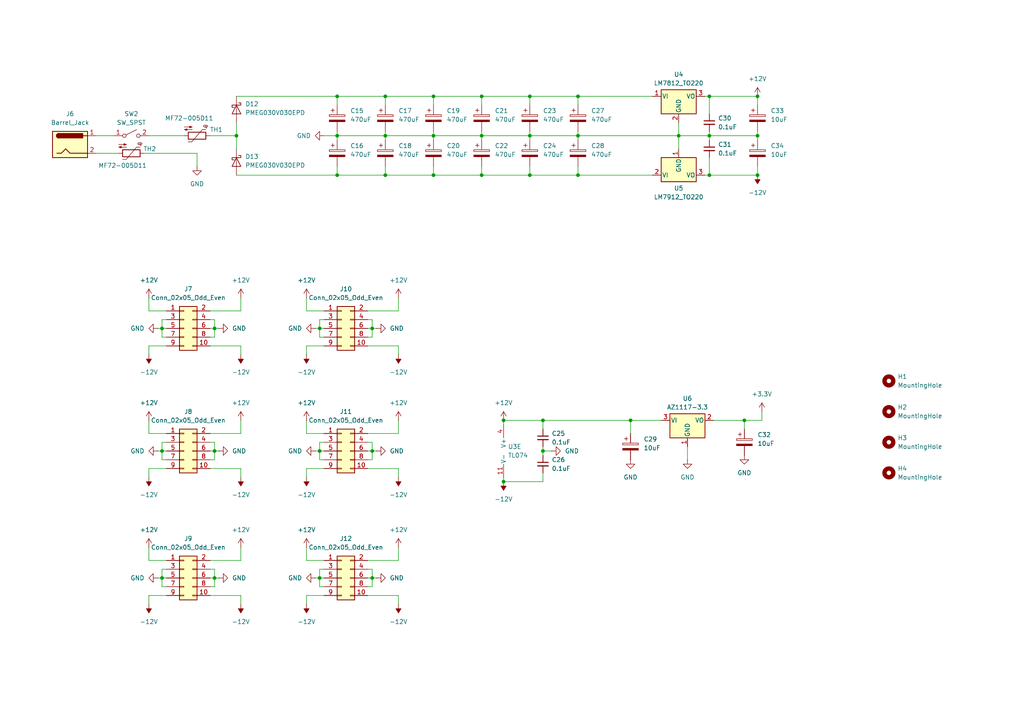
<source format=kicad_sch>
(kicad_sch (version 20231120) (generator "eeschema") (generator_version "8.0")
  (paper "A4")
  (lib_symbols
    (symbol "Amplifier_Operational:TL074" (pin_names (offset 0.127))
      (property "Reference" "U" (at 0 5.08 0))
      (property "Value" "TL074" (at 0 -5.08 0))
      (symbol "TL074_1_1"
        (polyline (pts (xy -5.08 5.08) (xy 5.08 0) (xy -5.08 -5.08) (xy -5.08 5.08)) (stroke (width 0.254)) (fill (type background)))
        (pin output line (at 7.62 0 180) (length 2.54) (name "~") (number "1"))
        (pin input line (at -7.62 -2.54 0) (length 2.54) (name "-") (number "2"))
        (pin input line (at -7.62 2.54 0) (length 2.54) (name "+") (number "3"))
      )
      (symbol "TL074_2_1"
        (polyline (pts (xy -5.08 5.08) (xy 5.08 0) (xy -5.08 -5.08) (xy -5.08 5.08)) (stroke (width 0.254)) (fill (type background)))
        (pin input line (at -7.62 2.54 0) (length 2.54) (name "+") (number "5"))
        (pin input line (at -7.62 -2.54 0) (length 2.54) (name "-") (number "6"))
        (pin output line (at 7.62 0 180) (length 2.54) (name "~") (number "7"))
      )
      (symbol "TL074_3_1"
        (polyline (pts (xy -5.08 5.08) (xy 5.08 0) (xy -5.08 -5.08) (xy -5.08 5.08)) (stroke (width 0.254)) (fill (type background)))
        (pin input line (at -7.62 2.54 0) (length 2.54) (name "+") (number "10"))
        (pin output line (at 7.62 0 180) (length 2.54) (name "~") (number "8"))
        (pin input line (at -7.62 -2.54 0) (length 2.54) (name "-") (number "9"))
      )
      (symbol "TL074_4_1"
        (polyline (pts (xy -5.08 5.08) (xy 5.08 0) (xy -5.08 -5.08) (xy -5.08 5.08)) (stroke (width 0.254)) (fill (type background)))
        (pin input line (at -7.62 2.54 0) (length 2.54) (name "+") (number "12"))
        (pin input line (at -7.62 -2.54 0) (length 2.54) (name "-") (number "13"))
        (pin output line (at 7.62 0 180) (length 2.54) (name "~") (number "14"))
      )
      (symbol "TL074_5_1"
        (pin power_in line (at -2.54 -7.62 90) (length 3.81) (name "V-") (number "11"))
        (pin power_in line (at -2.54 7.62 270) (length 3.81) (name "V+") (number "4"))
      )
    )
    (symbol "Connector:Barrel_Jack" (pin_names (offset 1.016))
      (property "Reference" "J" (at 0 5.334 0))
      (property "Value" "Barrel_Jack" (at 0 -5.08 0))
      (symbol "Barrel_Jack_0_1"
        (rectangle (start -5.08 3.81) (end 5.08 -3.81) (stroke (width 0.254)) (fill (type background)))
        (arc (start -3.302 3.175) (mid -3.9343 2.54) (end -3.302 1.905) (stroke (width 0.254)))
        (arc (start -3.302 3.175) (mid -3.9343 2.54) (end -3.302 1.905) (stroke (width 0.254)) (fill (type outline)))
        (polyline (pts (xy 5.08 2.54) (xy 3.81 2.54)) (stroke (width 0.254)))
        (polyline (pts (xy -3.81 -2.54) (xy -2.54 -2.54) (xy -1.27 -1.27) (xy 0 -2.54) (xy 2.54 -2.54) (xy 5.08 -2.54)) (stroke (width 0.254)))
        (rectangle (start 3.683 3.175) (end -3.302 1.905) (stroke (width 0.254)) (fill (type outline)))
      )
      (symbol "Barrel_Jack_1_1"
        (pin passive line (at 7.62 2.54 180) (length 2.54) (name "~") (number "1"))
        (pin passive line (at 7.62 -2.54 180) (length 2.54) (name "~") (number "2"))
      )
    )
    (symbol "Connector_Generic:Conn_02x05_Odd_Even" (pin_names (offset 1.016) hide)
      (property "Reference" "J" (at 1.27 7.62 0))
      (property "Value" "Conn_02x05_Odd_Even" (at 1.27 -7.62 0))
      (symbol "Conn_02x05_Odd_Even_1_1"
        (rectangle (start -1.27 -4.953) (end 0 -5.207) (stroke (width 0.1524)))
        (rectangle (start -1.27 -2.413) (end 0 -2.667) (stroke (width 0.1524)))
        (rectangle (start -1.27 0.127) (end 0 -0.127) (stroke (width 0.1524)))
        (rectangle (start -1.27 2.667) (end 0 2.413) (stroke (width 0.1524)))
        (rectangle (start -1.27 5.207) (end 0 4.953) (stroke (width 0.1524)))
        (rectangle (start -1.27 6.35) (end 3.81 -6.35) (stroke (width 0.254)) (fill (type background)))
        (rectangle (start 3.81 -4.953) (end 2.54 -5.207) (stroke (width 0.1524)))
        (rectangle (start 3.81 -2.413) (end 2.54 -2.667) (stroke (width 0.1524)))
        (rectangle (start 3.81 0.127) (end 2.54 -0.127) (stroke (width 0.1524)))
        (rectangle (start 3.81 2.667) (end 2.54 2.413) (stroke (width 0.1524)))
        (rectangle (start 3.81 5.207) (end 2.54 4.953) (stroke (width 0.1524)))
        (pin passive line (at -5.08 5.08 0) (length 3.81) (name "Pin_1") (number "1"))
        (pin passive line (at 7.62 -5.08 180) (length 3.81) (name "Pin_10") (number "10"))
        (pin passive line (at 7.62 5.08 180) (length 3.81) (name "Pin_2") (number "2"))
        (pin passive line (at -5.08 2.54 0) (length 3.81) (name "Pin_3") (number "3"))
        (pin passive line (at 7.62 2.54 180) (length 3.81) (name "Pin_4") (number "4"))
        (pin passive line (at -5.08 0 0) (length 3.81) (name "Pin_5") (number "5"))
        (pin passive line (at 7.62 0 180) (length 3.81) (name "Pin_6") (number "6"))
        (pin passive line (at -5.08 -2.54 0) (length 3.81) (name "Pin_7") (number "7"))
        (pin passive line (at 7.62 -2.54 180) (length 3.81) (name "Pin_8") (number "8"))
        (pin passive line (at -5.08 -5.08 0) (length 3.81) (name "Pin_9") (number "9"))
      )
    )
    (symbol "Device:C_Polarized" (pin_numbers hide) (pin_names (offset 0.254))
      (property "Reference" "C" (at 0.635 2.54 0))
      (property "Value" "C_Polarized" (at 0.635 -2.54 0))
      (symbol "C_Polarized_0_1"
        (rectangle (start -2.286 0.508) (end 2.286 1.016))
        (polyline (pts (xy -1.778 2.286) (xy -0.762 2.286)))
        (polyline (pts (xy -1.27 2.794) (xy -1.27 1.778)))
        (rectangle (start 2.286 -0.508) (end -2.286 -1.016) (fill (type outline)))
      )
      (symbol "C_Polarized_1_1"
        (pin passive line (at 0 3.81 270) (length 2.794) (name "~") (number "1"))
        (pin passive line (at 0 -3.81 90) (length 2.794) (name "~") (number "2"))
      )
    )
    (symbol "Device:C_Small" (pin_numbers hide) (pin_names (offset 0.254) hide)
      (property "Reference" "C" (at 0.254 1.778 0))
      (property "Value" "C_Small" (at 0.254 -2.032 0))
      (symbol "C_Small_0_1"
        (polyline (pts (xy -1.524 -0.508) (xy 1.524 -0.508)) (stroke (width 0.3302)))
        (polyline (pts (xy -1.524 0.508) (xy 1.524 0.508)) (stroke (width 0.3048)))
      )
      (symbol "C_Small_1_1"
        (pin passive line (at 0 2.54 270) (length 2.032) (name "~") (number "1"))
        (pin passive line (at 0 -2.54 90) (length 2.032) (name "~") (number "2"))
      )
    )
    (symbol "Device:Thermistor_NTC" (pin_numbers hide) (pin_names (offset 0))
      (property "Reference" "TH" (at -4.445 0 90))
      (property "Value" "Thermistor_NTC" (at 3.175 0 90))
      (symbol "Thermistor_NTC_0_1"
        (arc (start -3.048 2.159) (mid -3.0495 2.3143) (end -3.175 2.413))
        (arc (start -3.048 2.159) (mid -2.9736 1.9794) (end -2.794 1.905))
        (arc (start -3.048 2.794) (mid -2.9736 2.6144) (end -2.794 2.54))
        (arc (start -2.794 1.905) (mid -2.6144 1.9794) (end -2.54 2.159))
        (arc (start -2.794 2.54) (mid -2.4393 2.5587) (end -2.159 2.794))
        (arc (start -2.794 3.048) (mid -2.9736 2.9736) (end -3.048 2.794))
        (arc (start -2.54 2.794) (mid -2.6144 2.9736) (end -2.794 3.048))
        (rectangle (start -1.016 2.54) (end 1.016 -2.54) (stroke (width 0.254)))
        (polyline (pts (xy -2.54 2.159) (xy -2.54 2.794)))
        (polyline (pts (xy -1.778 2.54) (xy -1.778 1.524) (xy 1.778 -1.524) (xy 1.778 -2.54)))
        (polyline (pts (xy -2.54 -3.683) (xy -2.54 -1.397) (xy -2.794 -2.159) (xy -2.286 -2.159) (xy -2.54 -1.397) (xy -2.54 -1.651)) (fill (type outline)))
        (polyline (pts (xy -1.778 -1.397) (xy -1.778 -3.683) (xy -2.032 -2.921) (xy -1.524 -2.921) (xy -1.778 -3.683) (xy -1.778 -3.429)) (fill (type outline)))
      )
      (symbol "Thermistor_NTC_1_1"
        (pin passive line (at 0 3.81 270) (length 1.27) (name "~") (number "1"))
        (pin passive line (at 0 -3.81 90) (length 1.27) (name "~") (number "2"))
      )
    )
    (symbol "Diode:PMEG030V030EPD" (pin_numbers hide) (pin_names hide)
      (property "Reference" "D" (at 0 2.54 0))
      (property "Value" "PMEG030V030EPD" (at 0 -2.54 0))
      (symbol "PMEG030V030EPD_0_1"
        (polyline (pts (xy 1.27 0) (xy -1.27 0)))
        (polyline (pts (xy 1.27 1.27) (xy 1.27 -1.27) (xy -1.27 0) (xy 1.27 1.27)) (stroke (width 0.2032)))
        (polyline (pts (xy -1.905 0.635) (xy -1.905 1.27) (xy -1.27 1.27) (xy -1.27 -1.27) (xy -0.635 -1.27) (xy -0.635 -0.635)) (stroke (width 0.2032)))
      )
      (symbol "PMEG030V030EPD_1_1"
        (pin passive line (at 3.81 0 180) (length 2.54) (name "A") (number "1"))
        (pin passive line (at 3.81 0 180) (length 2.54) hide (name "A") (number "2"))
        (pin passive line (at -3.81 0 0) (length 2.54) (name "K") (number "3"))
      )
    )
    (symbol "Mechanical:MountingHole" (pin_names (offset 1.016))
      (property "Reference" "H" (at 0 5.08 0))
      (property "Value" "MountingHole" (at 0 3.175 0))
      (symbol "MountingHole_0_1"
        (circle (center 0 0) (radius 1.27) (stroke (width 1.27)))
      )
    )
    (symbol "Regulator_Linear:AZ1117-3.3" (pin_names (offset 0.254))
      (property "Reference" "U" (at -3.81 3.175 0))
      (property "Value" "AZ1117-3.3" (at 0 3.175 0))
      (symbol "AZ1117-3.3_0_1"
        (rectangle (start -5.08 1.905) (end 5.08 -5.08) (stroke (width 0.254)) (fill (type background)))
      )
      (symbol "AZ1117-3.3_1_1"
        (pin power_in line (at 0 -7.62 90) (length 2.54) (name "GND") (number "1"))
        (pin power_out line (at 7.62 0 180) (length 2.54) (name "VO") (number "2"))
        (pin power_in line (at -7.62 0 0) (length 2.54) (name "VI") (number "3"))
      )
    )
    (symbol "Regulator_Linear:LM7812_TO220" (pin_names (offset 0.254))
      (property "Reference" "U" (at -3.81 3.175 0))
      (property "Value" "LM7812_TO220" (at 0 3.175 0))
      (symbol "LM7812_TO220_0_1"
        (rectangle (start -5.08 1.905) (end 5.08 -5.08) (stroke (width 0.254)) (fill (type background)))
      )
      (symbol "LM7812_TO220_1_1"
        (pin power_in line (at -7.62 0 0) (length 2.54) (name "VI") (number "1"))
        (pin power_in line (at 0 -7.62 90) (length 2.54) (name "GND") (number "2"))
        (pin power_out line (at 7.62 0 180) (length 2.54) (name "VO") (number "3"))
      )
    )
    (symbol "Regulator_Linear:LM7912_TO220" (pin_names (offset 0.254))
      (property "Reference" "U" (at -3.81 -3.175 0))
      (property "Value" "LM7912_TO220" (at 0 -3.175 0))
      (symbol "LM7912_TO220_0_1"
        (rectangle (start -5.08 5.08) (end 5.08 -1.905) (stroke (width 0.254)) (fill (type background)))
      )
      (symbol "LM7912_TO220_1_1"
        (pin power_in line (at 0 7.62 270) (length 2.54) (name "GND") (number "1"))
        (pin power_in line (at -7.62 0 0) (length 2.54) (name "VI") (number "2"))
        (pin power_out line (at 7.62 0 180) (length 2.54) (name "VO") (number "3"))
      )
    )
    (symbol "Switch:SW_SPST" (pin_names (offset 0) hide)
      (property "Reference" "SW" (at 0 3.175 0))
      (property "Value" "SW_SPST" (at 0 -2.54 0))
      (symbol "SW_SPST_0_0"
        (circle (center -2.032 0) (radius 0.508))
        (polyline (pts (xy -1.524 0.254) (xy 1.524 1.778)))
        (circle (center 2.032 0) (radius 0.508))
      )
      (symbol "SW_SPST_1_1"
        (pin passive line (at -5.08 0 0) (length 2.54) (name "A") (number "1"))
        (pin passive line (at 5.08 0 180) (length 2.54) (name "B") (number "2"))
      )
    )
    (symbol "power:+12V" (power) (pin_numbers hide) (pin_names (offset 0) hide)
      (property "Value" "+12V" (at 0 3.556 0))
      (symbol "+12V_0_1"
        (polyline (pts (xy -0.762 1.27) (xy 0 2.54)))
        (polyline (pts (xy 0 0) (xy 0 2.54)))
        (polyline (pts (xy 0 2.54) (xy 0.762 1.27)))
      )
      (symbol "+12V_1_1"
        (pin power_in line (at 0 0 90) (length 0) (name "~") (number "1"))
      )
    )
    (symbol "power:+3.3V" (power) (pin_numbers hide) (pin_names (offset 0) hide)
      (property "Value" "+3.3V" (at 0 3.556 0))
      (symbol "+3.3V_0_1"
        (polyline (pts (xy -0.762 1.27) (xy 0 2.54)))
        (polyline (pts (xy 0 0) (xy 0 2.54)))
        (polyline (pts (xy 0 2.54) (xy 0.762 1.27)))
      )
      (symbol "+3.3V_1_1"
        (pin power_in line (at 0 0 90) (length 0) (name "~") (number "1"))
      )
    )
    (symbol "power:-12V" (power) (pin_numbers hide) (pin_names (offset 0) hide)
      (property "Value" "-12V" (at 0 3.556 0))
      (symbol "-12V_0_0"
        (pin power_in line (at 0 0 90) (length 0) (name "~") (number "1"))
      )
      (symbol "-12V_0_1"
        (polyline (pts (xy 0 0) (xy 0 1.27) (xy 0.762 1.27) (xy 0 2.54) (xy -0.762 1.27) (xy 0 1.27)) (fill (type outline)))
      )
    )
    (symbol "power:GND" (power) (pin_numbers hide) (pin_names (offset 0) hide)
      (property "Value" "GND" (at 0 -3.81 0))
      (symbol "GND_0_1"
        (polyline (pts (xy 0 0) (xy 0 -1.27) (xy 1.27 -1.27) (xy 0 -2.54) (xy -1.27 -1.27) (xy 0 -1.27)))
      )
      (symbol "GND_1_1"
        (pin power_in line (at 0 0 270) (length 0) (name "~") (number "1"))
      )
    )
  )
  (junction (at 125.73 39.37))
  (junction (at 153.67 39.37))
  (junction (at 107.95 167.64))
  (junction (at 125.73 50.8))
  (junction (at 46.99 130.81))
  (junction (at 182.88 121.92))
  (junction (at 146.05 139.7))
  (junction (at 167.64 50.8))
  (junction (at 167.64 27.94))
  (junction (at 219.71 39.37))
  (junction (at 68.58 39.37))
  (junction (at 62.23 167.64))
  (junction (at 92.71 130.81))
  (junction (at 153.67 50.8))
  (junction (at 92.71 95.25))
  (junction (at 92.71 167.64))
  (junction (at 157.48 121.92))
  (junction (at 205.74 50.8))
  (junction (at 157.48 130.81))
  (junction (at 107.95 95.25))
  (junction (at 219.71 27.94))
  (junction (at 97.79 39.37))
  (junction (at 215.9 121.92))
  (junction (at 62.23 130.81))
  (junction (at 111.76 50.8))
  (junction (at 205.74 27.94))
  (junction (at 167.64 39.37))
  (junction (at 111.76 39.37))
  (junction (at 97.79 27.94))
  (junction (at 111.76 27.94))
  (junction (at 46.99 167.64))
  (junction (at 205.74 39.37))
  (junction (at 46.99 95.25))
  (junction (at 125.73 27.94))
  (junction (at 107.95 130.81))
  (junction (at 97.79 50.8))
  (junction (at 196.85 39.37))
  (junction (at 219.71 50.8))
  (junction (at 153.67 27.94))
  (junction (at 139.7 50.8))
  (junction (at 139.7 39.37))
  (junction (at 146.05 121.92))
  (junction (at 62.23 95.25))
  (junction (at 139.7 27.94))
  (wire (pts (xy 219.71 38.1) (xy 219.71 39.37)))
  (wire (pts (xy 220.98 119.38) (xy 220.98 121.92)))
  (wire (pts (xy 115.57 100.33) (xy 115.57 102.87)))
  (wire (pts (xy 167.64 38.1) (xy 167.64 39.37)))
  (wire (pts (xy 107.95 167.64) (xy 109.22 167.64)))
  (wire (pts (xy 62.23 128.27) (xy 62.23 130.81)))
  (wire (pts (xy 111.76 48.26) (xy 111.76 50.8)))
  (wire (pts (xy 106.68 97.79) (xy 107.95 97.79)))
  (wire (pts (xy 68.58 50.8) (xy 97.79 50.8)))
  (wire (pts (xy 219.71 27.94) (xy 205.74 27.94)))
  (wire (pts (xy 97.79 27.94) (xy 111.76 27.94)))
  (wire (pts (xy 60.96 92.71) (xy 62.23 92.71)))
  (wire (pts (xy 106.68 90.17) (xy 115.57 90.17)))
  (wire (pts (xy 91.44 130.81) (xy 92.71 130.81)))
  (wire (pts (xy 97.79 39.37) (xy 111.76 39.37)))
  (wire (pts (xy 205.74 39.37) (xy 219.71 39.37)))
  (wire (pts (xy 153.67 39.37) (xy 167.64 39.37)))
  (wire (pts (xy 62.23 167.64) (xy 63.5 167.64)))
  (wire (pts (xy 125.73 38.1) (xy 125.73 39.37)))
  (wire (pts (xy 157.48 137.16) (xy 157.48 139.7)))
  (wire (pts (xy 48.26 100.33) (xy 43.18 100.33)))
  (wire (pts (xy 182.88 121.92) (xy 191.77 121.92)))
  (wire (pts (xy 69.85 135.89) (xy 69.85 138.43)))
  (wire (pts (xy 46.99 170.18) (xy 46.99 167.64)))
  (wire (pts (xy 68.58 27.94) (xy 97.79 27.94)))
  (wire (pts (xy 43.18 39.37) (xy 53.34 39.37)))
  (wire (pts (xy 106.68 125.73) (xy 115.57 125.73)))
  (wire (pts (xy 91.44 95.25) (xy 92.71 95.25)))
  (wire (pts (xy 93.98 97.79) (xy 92.71 97.79)))
  (wire (pts (xy 93.98 92.71) (xy 92.71 92.71)))
  (wire (pts (xy 111.76 27.94) (xy 111.76 30.48)))
  (wire (pts (xy 62.23 92.71) (xy 62.23 95.25)))
  (wire (pts (xy 196.85 39.37) (xy 196.85 43.18)))
  (wire (pts (xy 68.58 35.56) (xy 68.58 39.37)))
  (wire (pts (xy 45.72 167.64) (xy 46.99 167.64)))
  (wire (pts (xy 115.57 90.17) (xy 115.57 86.36)))
  (wire (pts (xy 27.94 39.37) (xy 33.02 39.37)))
  (wire (pts (xy 45.72 95.25) (xy 46.99 95.25)))
  (wire (pts (xy 106.68 170.18) (xy 107.95 170.18)))
  (wire (pts (xy 88.9 90.17) (xy 88.9 86.36)))
  (wire (pts (xy 205.74 38.1) (xy 205.74 39.37)))
  (wire (pts (xy 111.76 27.94) (xy 125.73 27.94)))
  (wire (pts (xy 69.85 172.72) (xy 69.85 175.26)))
  (wire (pts (xy 93.98 135.89) (xy 88.9 135.89)))
  (wire (pts (xy 93.98 90.17) (xy 88.9 90.17)))
  (wire (pts (xy 60.96 90.17) (xy 69.85 90.17)))
  (wire (pts (xy 199.39 129.54) (xy 199.39 133.35)))
  (wire (pts (xy 157.48 139.7) (xy 146.05 139.7)))
  (wire (pts (xy 68.58 39.37) (xy 68.58 43.18)))
  (wire (pts (xy 196.85 35.56) (xy 196.85 39.37)))
  (wire (pts (xy 43.18 100.33) (xy 43.18 102.87)))
  (wire (pts (xy 106.68 92.71) (xy 107.95 92.71)))
  (wire (pts (xy 106.68 162.56) (xy 115.57 162.56)))
  (wire (pts (xy 153.67 39.37) (xy 153.67 40.64)))
  (wire (pts (xy 139.7 39.37) (xy 139.7 40.64)))
  (wire (pts (xy 153.67 48.26) (xy 153.67 50.8)))
  (wire (pts (xy 111.76 39.37) (xy 125.73 39.37)))
  (wire (pts (xy 60.96 133.35) (xy 62.23 133.35)))
  (wire (pts (xy 97.79 27.94) (xy 97.79 30.48)))
  (wire (pts (xy 46.99 92.71) (xy 46.99 95.25)))
  (wire (pts (xy 27.94 44.45) (xy 34.29 44.45)))
  (wire (pts (xy 97.79 39.37) (xy 97.79 40.64)))
  (wire (pts (xy 115.57 162.56) (xy 115.57 158.75)))
  (wire (pts (xy 107.95 130.81) (xy 109.22 130.81)))
  (wire (pts (xy 167.64 39.37) (xy 196.85 39.37)))
  (wire (pts (xy 60.96 130.81) (xy 62.23 130.81)))
  (wire (pts (xy 204.47 27.94) (xy 205.74 27.94)))
  (wire (pts (xy 88.9 125.73) (xy 88.9 121.92)))
  (wire (pts (xy 219.71 39.37) (xy 219.71 40.64)))
  (wire (pts (xy 107.95 92.71) (xy 107.95 95.25)))
  (wire (pts (xy 48.26 135.89) (xy 43.18 135.89)))
  (wire (pts (xy 92.71 97.79) (xy 92.71 95.25)))
  (wire (pts (xy 139.7 27.94) (xy 139.7 30.48)))
  (wire (pts (xy 182.88 121.92) (xy 182.88 125.73)))
  (wire (pts (xy 46.99 167.64) (xy 48.26 167.64)))
  (wire (pts (xy 48.26 162.56) (xy 43.18 162.56)))
  (wire (pts (xy 189.23 27.94) (xy 167.64 27.94)))
  (wire (pts (xy 111.76 38.1) (xy 111.76 39.37)))
  (wire (pts (xy 48.26 125.73) (xy 43.18 125.73)))
  (wire (pts (xy 62.23 133.35) (xy 62.23 130.81)))
  (wire (pts (xy 93.98 133.35) (xy 92.71 133.35)))
  (wire (pts (xy 48.26 92.71) (xy 46.99 92.71)))
  (wire (pts (xy 97.79 48.26) (xy 97.79 50.8)))
  (wire (pts (xy 215.9 121.92) (xy 215.9 124.46)))
  (wire (pts (xy 153.67 38.1) (xy 153.67 39.37)))
  (wire (pts (xy 153.67 27.94) (xy 153.67 30.48)))
  (wire (pts (xy 107.95 170.18) (xy 107.95 167.64)))
  (wire (pts (xy 220.98 121.92) (xy 215.9 121.92)))
  (wire (pts (xy 60.96 135.89) (xy 69.85 135.89)))
  (wire (pts (xy 69.85 100.33) (xy 69.85 102.87)))
  (wire (pts (xy 125.73 39.37) (xy 125.73 40.64)))
  (wire (pts (xy 125.73 27.94) (xy 139.7 27.94)))
  (wire (pts (xy 92.71 92.71) (xy 92.71 95.25)))
  (wire (pts (xy 60.96 125.73) (xy 69.85 125.73)))
  (wire (pts (xy 139.7 27.94) (xy 153.67 27.94)))
  (wire (pts (xy 43.18 90.17) (xy 43.18 86.36)))
  (wire (pts (xy 125.73 50.8) (xy 139.7 50.8)))
  (wire (pts (xy 97.79 38.1) (xy 97.79 39.37)))
  (wire (pts (xy 62.23 130.81) (xy 63.5 130.81)))
  (wire (pts (xy 139.7 48.26) (xy 139.7 50.8)))
  (wire (pts (xy 88.9 135.89) (xy 88.9 138.43)))
  (wire (pts (xy 92.71 165.1) (xy 92.71 167.64)))
  (wire (pts (xy 106.68 133.35) (xy 107.95 133.35)))
  (wire (pts (xy 46.99 165.1) (xy 46.99 167.64)))
  (wire (pts (xy 106.68 165.1) (xy 107.95 165.1)))
  (wire (pts (xy 111.76 39.37) (xy 111.76 40.64)))
  (wire (pts (xy 157.48 124.46) (xy 157.48 121.92)))
  (wire (pts (xy 43.18 135.89) (xy 43.18 138.43)))
  (wire (pts (xy 60.96 128.27) (xy 62.23 128.27)))
  (wire (pts (xy 93.98 100.33) (xy 88.9 100.33)))
  (wire (pts (xy 106.68 100.33) (xy 115.57 100.33)))
  (wire (pts (xy 92.71 130.81) (xy 93.98 130.81)))
  (wire (pts (xy 91.44 167.64) (xy 92.71 167.64)))
  (wire (pts (xy 106.68 128.27) (xy 107.95 128.27)))
  (wire (pts (xy 106.68 130.81) (xy 107.95 130.81)))
  (wire (pts (xy 107.95 165.1) (xy 107.95 167.64)))
  (wire (pts (xy 62.23 170.18) (xy 62.23 167.64)))
  (wire (pts (xy 139.7 39.37) (xy 153.67 39.37)))
  (wire (pts (xy 93.98 162.56) (xy 88.9 162.56)))
  (wire (pts (xy 106.68 135.89) (xy 115.57 135.89)))
  (wire (pts (xy 160.02 130.81) (xy 157.48 130.81)))
  (wire (pts (xy 62.23 165.1) (xy 62.23 167.64)))
  (wire (pts (xy 60.96 39.37) (xy 68.58 39.37)))
  (wire (pts (xy 48.26 165.1) (xy 46.99 165.1)))
  (wire (pts (xy 69.85 90.17) (xy 69.85 86.36)))
  (wire (pts (xy 106.68 167.64) (xy 107.95 167.64)))
  (wire (pts (xy 153.67 27.94) (xy 167.64 27.94)))
  (wire (pts (xy 88.9 100.33) (xy 88.9 102.87)))
  (wire (pts (xy 46.99 133.35) (xy 46.99 130.81)))
  (wire (pts (xy 46.99 95.25) (xy 48.26 95.25)))
  (wire (pts (xy 43.18 172.72) (xy 43.18 175.26)))
  (wire (pts (xy 115.57 125.73) (xy 115.57 121.92)))
  (wire (pts (xy 97.79 50.8) (xy 111.76 50.8)))
  (wire (pts (xy 146.05 123.19) (xy 146.05 121.92)))
  (wire (pts (xy 60.96 162.56) (xy 69.85 162.56)))
  (wire (pts (xy 92.71 167.64) (xy 93.98 167.64)))
  (wire (pts (xy 204.47 50.8) (xy 205.74 50.8)))
  (wire (pts (xy 43.18 125.73) (xy 43.18 121.92)))
  (wire (pts (xy 106.68 172.72) (xy 115.57 172.72)))
  (wire (pts (xy 125.73 39.37) (xy 139.7 39.37)))
  (wire (pts (xy 48.26 97.79) (xy 46.99 97.79)))
  (wire (pts (xy 111.76 50.8) (xy 125.73 50.8)))
  (wire (pts (xy 46.99 128.27) (xy 46.99 130.81)))
  (wire (pts (xy 157.48 130.81) (xy 157.48 132.08)))
  (wire (pts (xy 48.26 170.18) (xy 46.99 170.18)))
  (wire (pts (xy 115.57 172.72) (xy 115.57 175.26)))
  (wire (pts (xy 62.23 95.25) (xy 63.5 95.25)))
  (wire (pts (xy 207.01 121.92) (xy 215.9 121.92)))
  (wire (pts (xy 106.68 95.25) (xy 107.95 95.25)))
  (wire (pts (xy 93.98 128.27) (xy 92.71 128.27)))
  (wire (pts (xy 167.64 27.94) (xy 167.64 30.48)))
  (wire (pts (xy 205.74 39.37) (xy 205.74 40.64)))
  (wire (pts (xy 92.71 133.35) (xy 92.71 130.81)))
  (wire (pts (xy 46.99 130.81) (xy 48.26 130.81)))
  (wire (pts (xy 88.9 162.56) (xy 88.9 158.75)))
  (wire (pts (xy 157.48 129.54) (xy 157.48 130.81)))
  (wire (pts (xy 48.26 172.72) (xy 43.18 172.72)))
  (wire (pts (xy 139.7 50.8) (xy 153.67 50.8)))
  (wire (pts (xy 107.95 128.27) (xy 107.95 130.81)))
  (wire (pts (xy 107.95 97.79) (xy 107.95 95.25)))
  (wire (pts (xy 196.85 39.37) (xy 205.74 39.37)))
  (wire (pts (xy 93.98 165.1) (xy 92.71 165.1)))
  (wire (pts (xy 219.71 30.48) (xy 219.71 27.94)))
  (wire (pts (xy 93.98 172.72) (xy 88.9 172.72)))
  (wire (pts (xy 107.95 95.25) (xy 109.22 95.25)))
  (wire (pts (xy 93.98 125.73) (xy 88.9 125.73)))
  (wire (pts (xy 46.99 97.79) (xy 46.99 95.25)))
  (wire (pts (xy 41.91 44.45) (xy 57.15 44.45)))
  (wire (pts (xy 167.64 39.37) (xy 167.64 40.64)))
  (wire (pts (xy 62.23 97.79) (xy 62.23 95.25)))
  (wire (pts (xy 60.96 165.1) (xy 62.23 165.1)))
  (wire (pts (xy 60.96 170.18) (xy 62.23 170.18)))
  (wire (pts (xy 48.26 133.35) (xy 46.99 133.35)))
  (wire (pts (xy 205.74 50.8) (xy 219.71 50.8)))
  (wire (pts (xy 205.74 27.94) (xy 205.74 33.02)))
  (wire (pts (xy 48.26 90.17) (xy 43.18 90.17)))
  (wire (pts (xy 167.64 48.26) (xy 167.64 50.8)))
  (wire (pts (xy 92.71 95.25) (xy 93.98 95.25)))
  (wire (pts (xy 60.96 95.25) (xy 62.23 95.25)))
  (wire (pts (xy 60.96 97.79) (xy 62.23 97.79)))
  (wire (pts (xy 60.96 167.64) (xy 62.23 167.64)))
  (wire (pts (xy 107.95 133.35) (xy 107.95 130.81)))
  (wire (pts (xy 48.26 128.27) (xy 46.99 128.27)))
  (wire (pts (xy 125.73 27.94) (xy 125.73 30.48)))
  (wire (pts (xy 43.18 162.56) (xy 43.18 158.75)))
  (wire (pts (xy 153.67 50.8) (xy 167.64 50.8)))
  (wire (pts (xy 60.96 100.33) (xy 69.85 100.33)))
  (wire (pts (xy 146.05 138.43) (xy 146.05 139.7)))
  (wire (pts (xy 146.05 121.92) (xy 157.48 121.92)))
  (wire (pts (xy 157.48 121.92) (xy 182.88 121.92)))
  (wire (pts (xy 167.64 50.8) (xy 189.23 50.8)))
  (wire (pts (xy 60.96 172.72) (xy 69.85 172.72)))
  (wire (pts (xy 139.7 38.1) (xy 139.7 39.37)))
  (wire (pts (xy 93.98 39.37) (xy 97.79 39.37)))
  (wire (pts (xy 69.85 162.56) (xy 69.85 158.75)))
  (wire (pts (xy 125.73 48.26) (xy 125.73 50.8)))
  (wire (pts (xy 69.85 125.73) (xy 69.85 121.92)))
  (wire (pts (xy 205.74 45.72) (xy 205.74 50.8)))
  (wire (pts (xy 219.71 48.26) (xy 219.71 50.8)))
  (wire (pts (xy 93.98 170.18) (xy 92.71 170.18)))
  (wire (pts (xy 115.57 135.89) (xy 115.57 138.43)))
  (wire (pts (xy 45.72 130.81) (xy 46.99 130.81)))
  (wire (pts (xy 57.15 44.45) (xy 57.15 48.26)))
  (wire (pts (xy 92.71 170.18) (xy 92.71 167.64)))
  (wire (pts (xy 92.71 128.27) (xy 92.71 130.81)))
  (wire (pts (xy 88.9 172.72) (xy 88.9 175.26)))
  (symbol (lib_id "power:GND") (at 63.5 130.81 90) (unit 1)
    (property "Reference" "#PWR051" (effects (hide yes)))
    (property "Value" "GND" (at 67.31 130.8099 90) (effects (justify right)))
    (property "Description" "Power symbol creates a global label with name \"GND\" , ground" (effects (hide yes)))
  )
  (symbol (lib_id "Mechanical:MountingHole") (at 257.81 128.27 0) (unit 1)
    (property "Reference" "H3" (at 260.35 126.9999 0) (effects (justify left)))
    (property "Value" "MountingHole" (at 260.35 129.5399 0) (effects (justify left)))
    (property "Footprint" "MountingHole:MountingHole_3.2mm_M3_Pad" (effects (hide yes)))
    (property "Description" "Mounting Hole without connection" (effects (hide yes)))
  )
  (symbol (lib_id "power:+12V") (at 219.71 27.94 0) (unit 1)
    (property "Reference" "#PWR084" (effects (hide yes)))
    (property "Value" "+12V" (at 219.71 22.86 0))
    (property "Description" "Power symbol creates a global label with name \"+12V\"" (effects (hide yes)))
  )
  (symbol (lib_id "power:-12V") (at 43.18 102.87 180) (unit 1)
    (property "Reference" "#PWR041" (effects (hide yes)))
    (property "Value" "-12V" (at 43.18 107.95 0))
    (property "Description" "Power symbol creates a global label with name \"-12V\"" (effects (hide yes)))
  )
  (symbol (lib_id "Device:C_Polarized") (at 219.71 34.29 0) (unit 1)
    (property "Reference" "C33" (at 223.52 32.1309 0) (effects (justify left)))
    (property "Value" "10uF" (at 223.52 34.6709 0) (effects (justify left)))
    (property "Footprint" "Capacitor_THT:CP_Radial_D5.0mm_P2.00mm" (effects (hide yes)))
    (property "Description" "Polarized capacitor" (effects (hide yes)))
  )
  (symbol (lib_id "power:-12V") (at 43.18 138.43 180) (unit 1)
    (property "Reference" "#PWR043" (effects (hide yes)))
    (property "Value" "-12V" (at 43.18 143.51 0))
    (property "Description" "Power symbol creates a global label with name \"-12V\"" (effects (hide yes)))
  )
  (symbol (lib_id "power:+12V") (at 43.18 86.36 0) (unit 1)
    (property "Reference" "#PWR040" (effects (hide yes)))
    (property "Value" "+12V" (at 43.18 81.28 0))
    (property "Description" "Power symbol creates a global label with name \"+12V\"" (effects (hide yes)))
  )
  (symbol (lib_id "Device:C_Polarized") (at 219.71 44.45 0) (unit 1)
    (property "Reference" "C34" (at 223.52 42.2909 0) (effects (justify left)))
    (property "Value" "10uF" (at 223.52 44.8309 0) (effects (justify left)))
    (property "Footprint" "Capacitor_THT:CP_Radial_D5.0mm_P2.00mm" (effects (hide yes)))
    (property "Description" "Polarized capacitor" (effects (hide yes)))
  )
  (symbol (lib_id "power:-12V") (at 43.18 175.26 180) (unit 1)
    (property "Reference" "#PWR045" (effects (hide yes)))
    (property "Value" "-12V" (at 43.18 180.34 0))
    (property "Description" "Power symbol creates a global label with name \"-12V\"" (effects (hide yes)))
  )
  (symbol (lib_id "Device:C_Polarized") (at 215.9 128.27 0) (unit 1)
    (property "Reference" "C32" (at 219.71 126.1109 0) (effects (justify left)))
    (property "Value" "10uF" (at 219.71 128.6509 0) (effects (justify left)))
    (property "Footprint" "Capacitor_THT:CP_Radial_D5.0mm_P2.00mm" (effects (hide yes)))
    (property "Description" "Polarized capacitor" (effects (hide yes)))
  )
  (symbol (lib_id "Device:C_Polarized") (at 153.67 44.45 0) (unit 1)
    (property "Reference" "C24" (at 157.48 42.2909 0) (effects (justify left)))
    (property "Value" "470uF" (at 157.48 44.8309 0) (effects (justify left)))
    (property "Footprint" "Capacitor_THT:CP_Radial_D10.0mm_P5.00mm" (effects (hide yes)))
    (property "Description" "Polarized capacitor" (effects (hide yes)))
  )
  (symbol (lib_id "power:+12V") (at 88.9 86.36 0) (unit 1)
    (property "Reference" "#PWR059" (effects (hide yes)))
    (property "Value" "+12V" (at 88.9 81.28 0))
    (property "Description" "Power symbol creates a global label with name \"+12V\"" (effects (hide yes)))
  )
  (symbol (lib_id "power:+12V") (at 43.18 158.75 0) (unit 1)
    (property "Reference" "#PWR044" (effects (hide yes)))
    (property "Value" "+12V" (at 43.18 153.67 0))
    (property "Description" "Power symbol creates a global label with name \"+12V\"" (effects (hide yes)))
  )
  (symbol (lib_id "power:GND") (at 63.5 95.25 90) (unit 1)
    (property "Reference" "#PWR050" (effects (hide yes)))
    (property "Value" "GND" (at 67.31 95.2499 90) (effects (justify right)))
    (property "Description" "Power symbol creates a global label with name \"GND\" , ground" (effects (hide yes)))
  )
  (symbol (lib_id "power:-12V") (at 88.9 138.43 180) (unit 1)
    (property "Reference" "#PWR062" (effects (hide yes)))
    (property "Value" "-12V" (at 88.9 143.51 0))
    (property "Description" "Power symbol creates a global label with name \"-12V\"" (effects (hide yes)))
  )
  (symbol (lib_id "power:-12V") (at 88.9 102.87 180) (unit 1)
    (property "Reference" "#PWR060" (effects (hide yes)))
    (property "Value" "-12V" (at 88.9 107.95 0))
    (property "Description" "Power symbol creates a global label with name \"-12V\"" (effects (hide yes)))
  )
  (symbol (lib_id "power:+12V") (at 69.85 158.75 0) (unit 1)
    (property "Reference" "#PWR057" (effects (hide yes)))
    (property "Value" "+12V" (at 69.85 153.67 0))
    (property "Description" "Power symbol creates a global label with name \"+12V\"" (effects (hide yes)))
  )
  (symbol (lib_id "power:GND") (at 109.22 167.64 90) (unit 1)
    (property "Reference" "#PWR071" (effects (hide yes)))
    (property "Value" "GND" (at 113.03 167.6399 90) (effects (justify right)))
    (property "Description" "Power symbol creates a global label with name \"GND\" , ground" (effects (hide yes)))
  )
  (symbol (lib_id "power:+12V") (at 115.57 86.36 0) (unit 1)
    (property "Reference" "#PWR072" (effects (hide yes)))
    (property "Value" "+12V" (at 115.57 81.28 0))
    (property "Description" "Power symbol creates a global label with name \"+12V\"" (effects (hide yes)))
  )
  (symbol (lib_id "power:-12V") (at 69.85 102.87 180) (unit 1)
    (property "Reference" "#PWR054" (effects (hide yes)))
    (property "Value" "-12V" (at 69.85 107.95 0))
    (property "Description" "Power symbol creates a global label with name \"-12V\"" (effects (hide yes)))
  )
  (symbol (lib_id "power:GND") (at 182.88 133.35 0) (unit 1)
    (property "Reference" "#PWR081" (effects (hide yes)))
    (property "Value" "GND" (at 182.88 138.43 0))
    (property "Description" "Power symbol creates a global label with name \"GND\" , ground" (effects (hide yes)))
  )
  (symbol (lib_id "Regulator_Linear:LM7912_TO220") (at 196.85 50.8 0) (unit 1)
    (property "Reference" "U5" (at 196.85 54.61 0))
    (property "Value" "LM7912_TO220" (at 196.85 57.15 0))
    (property "Footprint" "Package_TO_SOT_THT:TO-220-3_Vertical" (effects (hide yes)))
    (property "Datasheet" "hhttps://www.onsemi.com/pub/Collateral/MC7900-D.PDF" (effects (hide yes)))
    (property "Description" "Negative 1A 35V Linear Regulator, Fixed Output 12V, TO-220" (effects (hide yes)))
  )
  (symbol (lib_id "Regulator_Linear:LM7812_TO220") (at 196.85 27.94 0) (unit 1)
    (property "Reference" "U4" (at 196.85 21.59 0))
    (property "Value" "LM7812_TO220" (at 196.85 24.13 0))
    (property "Footprint" "Package_TO_SOT_THT:TO-220-3_Vertical" (effects (hide yes)))
    (property "Datasheet" "https://www.onsemi.cn/PowerSolutions/document/MC7800-D.PDF" (effects (hide yes)))
    (property "Description" "Positive 1A 35V Linear Regulator, Fixed Output 12V, TO-220" (effects (hide yes)))
  )
  (symbol (lib_id "Connector_Generic:Conn_02x05_Odd_Even") (at 53.34 167.64 0) (unit 1)
    (property "Reference" "J9" (at 54.61 156.21 0))
    (property "Value" "Conn_02x05_Odd_Even" (at 54.61 158.75 0))
    (property "Footprint" "Connector_PinHeader_2.54mm:PinHeader_2x05_P2.54mm_Vertical" (effects (hide yes)))
    (property "Description" "Generic connector, double row, 02x05, odd/even pin numbering scheme (row 1 odd numbers, row 2 even numbers), script generated (kicad-library-utils/schlib/autogen/connector/)" (effects (hide yes)))
  )
  (symbol (lib_id "power:-12V") (at 115.57 138.43 180) (unit 1)
    (property "Reference" "#PWR075" (effects (hide yes)))
    (property "Value" "-12V" (at 115.57 143.51 0))
    (property "Description" "Power symbol creates a global label with name \"-12V\"" (effects (hide yes)))
  )
  (symbol (lib_id "power:+12V") (at 146.05 121.92 0) (unit 1)
    (property "Reference" "#PWR078" (effects (hide yes)))
    (property "Value" "+12V" (at 146.05 116.84 0))
    (property "Description" "Power symbol creates a global label with name \"+12V\"" (effects (hide yes)))
  )
  (symbol (lib_id "Device:C_Polarized") (at 167.64 44.45 0) (unit 1)
    (property "Reference" "C28" (at 171.45 42.2909 0) (effects (justify left)))
    (property "Value" "470uF" (at 171.45 44.8309 0) (effects (justify left)))
    (property "Footprint" "Capacitor_THT:CP_Radial_D10.0mm_P5.00mm" (effects (hide yes)))
    (property "Description" "Polarized capacitor" (effects (hide yes)))
  )
  (symbol (lib_id "Device:C_Polarized") (at 111.76 34.29 0) (unit 1)
    (property "Reference" "C17" (at 115.57 32.1309 0) (effects (justify left)))
    (property "Value" "470uF" (at 115.57 34.6709 0) (effects (justify left)))
    (property "Footprint" "Capacitor_THT:CP_Radial_D10.0mm_P5.00mm" (effects (hide yes)))
    (property "Description" "Polarized capacitor" (effects (hide yes)))
  )
  (symbol (lib_id "Diode:PMEG030V030EPD") (at 68.58 31.75 270) (unit 1)
    (property "Reference" "D12" (at 71.12 30.1624 90) (effects (justify left)))
    (property "Value" "PMEG030V030EPD" (at 71.12 32.7024 90) (effects (justify left)))
    (property "Footprint" "Package_TO_SOT_SMD:Nexperia_CFP15_SOT-1289" (effects (hide yes)))
    (property "Datasheet" "https://assets.nexperia.com/documents/data-sheet/PMEG030V030EPD.pdf" (effects (hide yes)))
    (property "Description" "30V, 3A low Vf MEGA Schottky barrier rectifier, SOT-1289" (effects (hide yes)))
  )
  (symbol (lib_id "power:GND") (at 93.98 39.37 270) (unit 1)
    (property "Reference" "#PWR068" (effects (hide yes)))
    (property "Value" "GND" (at 90.17 39.3699 90) (effects (justify right)))
    (property "Description" "Power symbol creates a global label with name \"GND\" , ground" (effects (hide yes)))
  )
  (symbol (lib_id "power:GND") (at 45.72 167.64 270) (unit 1)
    (property "Reference" "#PWR048" (effects (hide yes)))
    (property "Value" "GND" (at 41.91 167.6399 90) (effects (justify right)))
    (property "Description" "Power symbol creates a global label with name \"GND\" , ground" (effects (hide yes)))
  )
  (symbol (lib_id "Connector_Generic:Conn_02x05_Odd_Even") (at 99.06 130.81 0) (unit 1)
    (property "Reference" "J11" (at 100.33 119.38 0))
    (property "Value" "Conn_02x05_Odd_Even" (at 100.33 121.92 0))
    (property "Footprint" "Connector_PinHeader_2.54mm:PinHeader_2x05_P2.54mm_Vertical" (effects (hide yes)))
    (property "Description" "Generic connector, double row, 02x05, odd/even pin numbering scheme (row 1 odd numbers, row 2 even numbers), script generated (kicad-library-utils/schlib/autogen/connector/)" (effects (hide yes)))
  )
  (symbol (lib_id "Device:C_Polarized") (at 153.67 34.29 0) (unit 1)
    (property "Reference" "C23" (at 157.48 32.1309 0) (effects (justify left)))
    (property "Value" "470uF" (at 157.48 34.6709 0) (effects (justify left)))
    (property "Footprint" "Capacitor_THT:CP_Radial_D10.0mm_P5.00mm" (effects (hide yes)))
    (property "Description" "Polarized capacitor" (effects (hide yes)))
  )
  (symbol (lib_id "Connector:Barrel_Jack") (at 20.32 41.91 0) (unit 1)
    (property "Reference" "J6" (at 20.32 33.02 0))
    (property "Value" "Barrel_Jack" (at 20.32 35.56 0))
    (property "Footprint" "Connector_BarrelJack:BarrelJack_CUI_PJ-102AH_Horizontal" (effects (hide yes)))
    (property "Description" "DC Barrel Jack" (effects (hide yes)))
  )
  (symbol (lib_id "Device:C_Polarized") (at 97.79 44.45 0) (unit 1)
    (property "Reference" "C16" (at 101.6 42.2909 0) (effects (justify left)))
    (property "Value" "470uF" (at 101.6 44.8309 0) (effects (justify left)))
    (property "Footprint" "Capacitor_THT:CP_Radial_D10.0mm_P5.00mm" (effects (hide yes)))
    (property "Description" "Polarized capacitor" (effects (hide yes)))
  )
  (symbol (lib_id "Device:C_Small") (at 205.74 43.18 0) (unit 1)
    (property "Reference" "C31" (at 208.28 41.9162 0) (effects (justify left)))
    (property "Value" "0.1uF" (at 208.28 44.4562 0) (effects (justify left)))
    (property "Footprint" "Capacitor_SMD:C_0603_1608Metric" (effects (hide yes)))
    (property "Description" "Unpolarized capacitor, small symbol" (effects (hide yes)))
  )
  (symbol (lib_id "Device:C_Polarized") (at 167.64 34.29 0) (unit 1)
    (property "Reference" "C27" (at 171.45 32.1309 0) (effects (justify left)))
    (property "Value" "470uF" (at 171.45 34.6709 0) (effects (justify left)))
    (property "Footprint" "Capacitor_THT:CP_Radial_D10.0mm_P5.00mm" (effects (hide yes)))
    (property "Description" "Polarized capacitor" (effects (hide yes)))
  )
  (symbol (lib_id "power:-12V") (at 69.85 175.26 180) (unit 1)
    (property "Reference" "#PWR058" (effects (hide yes)))
    (property "Value" "-12V" (at 69.85 180.34 0))
    (property "Description" "Power symbol creates a global label with name \"-12V\"" (effects (hide yes)))
  )
  (symbol (lib_id "Device:C_Polarized") (at 182.88 129.54 0) (unit 1)
    (property "Reference" "C29" (at 186.69 127.3809 0) (effects (justify left)))
    (property "Value" "10uF" (at 186.69 129.9209 0) (effects (justify left)))
    (property "Footprint" "Capacitor_THT:CP_Radial_D5.0mm_P2.00mm" (effects (hide yes)))
    (property "Description" "Polarized capacitor" (effects (hide yes)))
  )
  (symbol (lib_id "power:GND") (at 109.22 130.81 90) (unit 1)
    (property "Reference" "#PWR070" (effects (hide yes)))
    (property "Value" "GND" (at 113.03 130.8099 90) (effects (justify right)))
    (property "Description" "Power symbol creates a global label with name \"GND\" , ground" (effects (hide yes)))
  )
  (symbol (lib_id "power:-12V") (at 115.57 175.26 180) (unit 1)
    (property "Reference" "#PWR077" (effects (hide yes)))
    (property "Value" "-12V" (at 115.57 180.34 0))
    (property "Description" "Power symbol creates a global label with name \"-12V\"" (effects (hide yes)))
  )
  (symbol (lib_id "power:-12V") (at 219.71 50.8 180) (unit 1)
    (property "Reference" "#PWR085" (effects (hide yes)))
    (property "Value" "-12V" (at 219.71 55.88 0))
    (property "Description" "Power symbol creates a global label with name \"-12V\"" (effects (hide yes)))
  )
  (symbol (lib_id "power:GND") (at 91.44 167.64 270) (unit 1)
    (property "Reference" "#PWR067" (effects (hide yes)))
    (property "Value" "GND" (at 87.63 167.6399 90) (effects (justify right)))
    (property "Description" "Power symbol creates a global label with name \"GND\" , ground" (effects (hide yes)))
  )
  (symbol (lib_id "Mechanical:MountingHole") (at 257.81 110.49 0) (unit 1)
    (property "Reference" "H1" (at 260.35 109.2199 0) (effects (justify left)))
    (property "Value" "MountingHole" (at 260.35 111.7599 0) (effects (justify left)))
    (property "Footprint" "MountingHole:MountingHole_3.2mm_M3_Pad" (effects (hide yes)))
    (property "Description" "Mounting Hole without connection" (effects (hide yes)))
  )
  (symbol (lib_id "power:+12V") (at 43.18 121.92 0) (unit 1)
    (property "Reference" "#PWR042" (effects (hide yes)))
    (property "Value" "+12V" (at 43.18 116.84 0))
    (property "Description" "Power symbol creates a global label with name \"+12V\"" (effects (hide yes)))
  )
  (symbol (lib_id "Amplifier_Operational:TL074") (at 148.59 130.81 0) (unit 5)
    (property "Reference" "U3" (at 147.32 129.5399 0) (effects (justify left)))
    (property "Value" "TL074" (at 147.32 132.0799 0) (effects (justify left)))
    (property "Footprint" "Package_SO:SOIC-14_3.9x8.7mm_P1.27mm" (effects (hide yes)))
    (property "Datasheet" "http://www.ti.com/lit/ds/symlink/tl071.pdf" (effects (hide yes)))
    (property "Description" "Quad Low-Noise JFET-Input Operational Amplifiers, DIP-14/SOIC-14" (effects (hide yes)))
  )
  (symbol (lib_id "power:+12V") (at 69.85 86.36 0) (unit 1)
    (property "Reference" "#PWR053" (effects (hide yes)))
    (property "Value" "+12V" (at 69.85 81.28 0))
    (property "Description" "Power symbol creates a global label with name \"+12V\"" (effects (hide yes)))
  )
  (symbol (lib_id "power:GND") (at 215.9 132.08 0) (unit 1)
    (property "Reference" "#PWR083" (effects (hide yes)))
    (property "Value" "GND" (at 215.9 137.16 0))
    (property "Description" "Power symbol creates a global label with name \"GND\" , ground" (effects (hide yes)))
  )
  (symbol (lib_id "Device:Thermistor_NTC") (at 57.15 39.37 270) (unit 1)
    (property "Reference" "TH1" (at 62.738 37.592 90))
    (property "Value" "MF72-005D11" (at 54.864 34.29 90))
    (property "Footprint" "Varistor:RV_Disc_D12mm_W5.8mm_P7.5mm" (effects (hide yes)))
    (property "Description" "Temperature dependent resistor, negative temperature coefficient" (effects (hide yes)))
  )
  (symbol (lib_id "Connector_Generic:Conn_02x05_Odd_Even") (at 99.06 95.25 0) (unit 1)
    (property "Reference" "J10" (at 100.33 83.82 0))
    (property "Value" "Conn_02x05_Odd_Even" (at 100.33 86.36 0))
    (property "Footprint" "Connector_PinHeader_2.54mm:PinHeader_2x05_P2.54mm_Vertical" (effects (hide yes)))
    (property "Description" "Generic connector, double row, 02x05, odd/even pin numbering scheme (row 1 odd numbers, row 2 even numbers), script generated (kicad-library-utils/schlib/autogen/connector/)" (effects (hide yes)))
  )
  (symbol (lib_id "Device:C_Small") (at 157.48 134.62 0) (unit 1)
    (property "Reference" "C26" (at 160.02 133.3562 0) (effects (justify left)))
    (property "Value" "0.1uF" (at 160.02 135.8962 0) (effects (justify left)))
    (property "Footprint" "Capacitor_SMD:C_0603_1608Metric" (effects (hide yes)))
    (property "Description" "Unpolarized capacitor, small symbol" (effects (hide yes)))
  )
  (symbol (lib_id "Device:C_Small") (at 205.74 35.56 0) (unit 1)
    (property "Reference" "C30" (at 208.28 34.2962 0) (effects (justify left)))
    (property "Value" "0.1uF" (at 208.28 36.8362 0) (effects (justify left)))
    (property "Footprint" "Capacitor_SMD:C_0603_1608Metric" (effects (hide yes)))
    (property "Description" "Unpolarized capacitor, small symbol" (effects (hide yes)))
  )
  (symbol (lib_id "Device:C_Polarized") (at 97.79 34.29 0) (unit 1)
    (property "Reference" "C15" (at 101.6 32.1309 0) (effects (justify left)))
    (property "Value" "470uF" (at 101.6 34.6709 0) (effects (justify left)))
    (property "Footprint" "Capacitor_THT:CP_Radial_D10.0mm_P5.00mm" (effects (hide yes)))
    (property "Description" "Polarized capacitor" (effects (hide yes)))
  )
  (symbol (lib_id "power:GND") (at 91.44 95.25 270) (unit 1)
    (property "Reference" "#PWR065" (effects (hide yes)))
    (property "Value" "GND" (at 87.63 95.2499 90) (effects (justify right)))
    (property "Description" "Power symbol creates a global label with name \"GND\" , ground" (effects (hide yes)))
  )
  (symbol (lib_id "power:+12V") (at 69.85 121.92 0) (unit 1)
    (property "Reference" "#PWR055" (effects (hide yes)))
    (property "Value" "+12V" (at 69.85 116.84 0))
    (property "Description" "Power symbol creates a global label with name \"+12V\"" (effects (hide yes)))
  )
  (symbol (lib_id "power:GND") (at 109.22 95.25 90) (unit 1)
    (property "Reference" "#PWR069" (effects (hide yes)))
    (property "Value" "GND" (at 113.03 95.2499 90) (effects (justify right)))
    (property "Description" "Power symbol creates a global label with name \"GND\" , ground" (effects (hide yes)))
  )
  (symbol (lib_id "Connector_Generic:Conn_02x05_Odd_Even") (at 53.34 130.81 0) (unit 1)
    (property "Reference" "J8" (at 54.61 119.38 0))
    (property "Value" "Conn_02x05_Odd_Even" (at 54.61 121.92 0))
    (property "Footprint" "Connector_PinHeader_2.54mm:PinHeader_2x05_P2.54mm_Vertical" (effects (hide yes)))
    (property "Description" "Generic connector, double row, 02x05, odd/even pin numbering scheme (row 1 odd numbers, row 2 even numbers), script generated (kicad-library-utils/schlib/autogen/connector/)" (effects (hide yes)))
  )
  (symbol (lib_id "Connector_Generic:Conn_02x05_Odd_Even") (at 53.34 95.25 0) (unit 1)
    (property "Reference" "J7" (at 54.61 83.82 0))
    (property "Value" "Conn_02x05_Odd_Even" (at 54.61 86.36 0))
    (property "Footprint" "Connector_PinHeader_2.54mm:PinHeader_2x05_P2.54mm_Vertical" (effects (hide yes)))
    (property "Description" "Generic connector, double row, 02x05, odd/even pin numbering scheme (row 1 odd numbers, row 2 even numbers), script generated (kicad-library-utils/schlib/autogen/connector/)" (effects (hide yes)))
  )
  (symbol (lib_id "power:GND") (at 199.39 133.35 0) (unit 1)
    (property "Reference" "#PWR082" (effects (hide yes)))
    (property "Value" "GND" (at 199.39 138.43 0))
    (property "Description" "Power symbol creates a global label with name \"GND\" , ground" (effects (hide yes)))
  )
  (symbol (lib_id "Diode:PMEG030V030EPD") (at 68.58 46.99 270) (unit 1)
    (property "Reference" "D13" (at 71.12 45.4024 90) (effects (justify left)))
    (property "Value" "PMEG030V030EPD" (at 71.12 47.9424 90) (effects (justify left)))
    (property "Footprint" "Package_TO_SOT_SMD:Nexperia_CFP15_SOT-1289" (effects (hide yes)))
    (property "Datasheet" "https://assets.nexperia.com/documents/data-sheet/PMEG030V030EPD.pdf" (effects (hide yes)))
    (property "Description" "30V, 3A low Vf MEGA Schottky barrier rectifier, SOT-1289" (effects (hide yes)))
  )
  (symbol (lib_id "Device:C_Polarized") (at 111.76 44.45 0) (unit 1)
    (property "Reference" "C18" (at 115.57 42.2909 0) (effects (justify left)))
    (property "Value" "470uF" (at 115.57 44.8309 0) (effects (justify left)))
    (property "Footprint" "Capacitor_THT:CP_Radial_D10.0mm_P5.00mm" (effects (hide yes)))
    (property "Description" "Polarized capacitor" (effects (hide yes)))
  )
  (symbol (lib_id "power:GND") (at 91.44 130.81 270) (unit 1)
    (property "Reference" "#PWR066" (effects (hide yes)))
    (property "Value" "GND" (at 87.63 130.8099 90) (effects (justify right)))
    (property "Description" "Power symbol creates a global label with name \"GND\" , ground" (effects (hide yes)))
  )
  (symbol (lib_id "power:GND") (at 45.72 95.25 270) (unit 1)
    (property "Reference" "#PWR046" (effects (hide yes)))
    (property "Value" "GND" (at 41.91 95.2499 90) (effects (justify right)))
    (property "Description" "Power symbol creates a global label with name \"GND\" , ground" (effects (hide yes)))
  )
  (symbol (lib_id "power:+12V") (at 88.9 158.75 0) (unit 1)
    (property "Reference" "#PWR063" (effects (hide yes)))
    (property "Value" "+12V" (at 88.9 153.67 0))
    (property "Description" "Power symbol creates a global label with name \"+12V\"" (effects (hide yes)))
  )
  (symbol (lib_id "Device:C_Small") (at 157.48 127 0) (unit 1)
    (property "Reference" "C25" (at 160.02 125.7362 0) (effects (justify left)))
    (property "Value" "0.1uF" (at 160.02 128.2762 0) (effects (justify left)))
    (property "Footprint" "Capacitor_SMD:C_0603_1608Metric" (effects (hide yes)))
    (property "Description" "Unpolarized capacitor, small symbol" (effects (hide yes)))
  )
  (symbol (lib_id "Mechanical:MountingHole") (at 257.81 137.16 0) (unit 1)
    (property "Reference" "H4" (at 260.35 135.8899 0) (effects (justify left)))
    (property "Value" "MountingHole" (at 260.35 138.4299 0) (effects (justify left)))
    (property "Footprint" "MountingHole:MountingHole_3.2mm_M3_Pad" (effects (hide yes)))
    (property "Description" "Mounting Hole without connection" (effects (hide yes)))
  )
  (symbol (lib_id "power:-12V") (at 146.05 139.7 180) (unit 1)
    (property "Reference" "#PWR079" (effects (hide yes)))
    (property "Value" "-12V" (at 146.05 144.78 0))
    (property "Description" "Power symbol creates a global label with name \"-12V\"" (effects (hide yes)))
  )
  (symbol (lib_id "power:GND") (at 57.15 48.26 0) (unit 1)
    (property "Reference" "#PWR049" (effects (hide yes)))
    (property "Value" "GND" (at 57.15 53.34 0))
    (property "Description" "Power symbol creates a global label with name \"GND\" , ground" (effects (hide yes)))
  )
  (symbol (lib_id "power:-12V") (at 115.57 102.87 180) (unit 1)
    (property "Reference" "#PWR073" (effects (hide yes)))
    (property "Value" "-12V" (at 115.57 107.95 0))
    (property "Description" "Power symbol creates a global label with name \"-12V\"" (effects (hide yes)))
  )
  (symbol (lib_id "power:+3.3V") (at 220.98 119.38 0) (unit 1)
    (property "Reference" "#PWR086" (effects (hide yes)))
    (property "Value" "+3.3V" (at 220.98 114.3 0))
    (property "Description" "Power symbol creates a global label with name \"+3.3V\"" (effects (hide yes)))
  )
  (symbol (lib_id "power:-12V") (at 88.9 175.26 180) (unit 1)
    (property "Reference" "#PWR064" (effects (hide yes)))
    (property "Value" "-12V" (at 88.9 180.34 0))
    (property "Description" "Power symbol creates a global label with name \"-12V\"" (effects (hide yes)))
  )
  (symbol (lib_id "power:+12V") (at 88.9 121.92 0) (unit 1)
    (property "Reference" "#PWR061" (effects (hide yes)))
    (property "Value" "+12V" (at 88.9 116.84 0))
    (property "Description" "Power symbol creates a global label with name \"+12V\"" (effects (hide yes)))
  )
  (symbol (lib_id "Device:C_Polarized") (at 139.7 34.29 0) (unit 1)
    (property "Reference" "C21" (at 143.51 32.1309 0) (effects (justify left)))
    (property "Value" "470uF" (at 143.51 34.6709 0) (effects (justify left)))
    (property "Footprint" "Capacitor_THT:CP_Radial_D10.0mm_P5.00mm" (effects (hide yes)))
    (property "Description" "Polarized capacitor" (effects (hide yes)))
  )
  (symbol (lib_id "Device:C_Polarized") (at 125.73 34.29 0) (unit 1)
    (property "Reference" "C19" (at 129.54 32.1309 0) (effects (justify left)))
    (property "Value" "470uF" (at 129.54 34.6709 0) (effects (justify left)))
    (property "Footprint" "Capacitor_THT:CP_Radial_D10.0mm_P5.00mm" (effects (hide yes)))
    (property "Description" "Polarized capacitor" (effects (hide yes)))
  )
  (symbol (lib_id "power:+12V") (at 115.57 158.75 0) (unit 1)
    (property "Reference" "#PWR076" (effects (hide yes)))
    (property "Value" "+12V" (at 115.57 153.67 0))
    (property "Description" "Power symbol creates a global label with name \"+12V\"" (effects (hide yes)))
  )
  (symbol (lib_id "Device:Thermistor_NTC") (at 38.1 44.45 270) (unit 1)
    (property "Reference" "TH2" (at 43.434 43.18 90))
    (property "Value" "MF72-005D11" (at 35.56 48.006 90))
    (property "Footprint" "Varistor:RV_Disc_D12mm_W5.8mm_P7.5mm" (effects (hide yes)))
    (property "Description" "Temperature dependent resistor, negative temperature coefficient" (effects (hide yes)))
  )
  (symbol (lib_id "Mechanical:MountingHole") (at 257.81 119.38 0) (unit 1)
    (property "Reference" "H2" (at 260.35 118.1099 0) (effects (justify left)))
    (property "Value" "MountingHole" (at 260.35 120.6499 0) (effects (justify left)))
    (property "Footprint" "MountingHole:MountingHole_3.2mm_M3_Pad" (effects (hide yes)))
    (property "Description" "Mounting Hole without connection" (effects (hide yes)))
  )
  (symbol (lib_id "power:+12V") (at 115.57 121.92 0) (unit 1)
    (property "Reference" "#PWR074" (effects (hide yes)))
    (property "Value" "+12V" (at 115.57 116.84 0))
    (property "Description" "Power symbol creates a global label with name \"+12V\"" (effects (hide yes)))
  )
  (symbol (lib_id "power:GND") (at 45.72 130.81 270) (unit 1)
    (property "Reference" "#PWR047" (effects (hide yes)))
    (property "Value" "GND" (at 41.91 130.8099 90) (effects (justify right)))
    (property "Description" "Power symbol creates a global label with name \"GND\" , ground" (effects (hide yes)))
  )
  (symbol (lib_id "power:GND") (at 160.02 130.81 90) (unit 1)
    (property "Reference" "#PWR080" (effects (hide yes)))
    (property "Value" "GND" (at 163.83 130.8099 90) (effects (justify right)))
    (property "Description" "Power symbol creates a global label with name \"GND\" , ground" (effects (hide yes)))
  )
  (symbol (lib_id "Regulator_Linear:AZ1117-3.3") (at 199.39 121.92 0) (unit 1)
    (property "Reference" "U6" (at 199.39 115.57 0))
    (property "Value" "AZ1117-3.3" (at 199.39 118.11 0))
    (property "Footprint" "Package_TO_SOT_SMD:TO-252-3_TabPin2" (effects (hide yes)))
    (property "Datasheet" "https://www.diodes.com/assets/Datasheets/AZ1117.pdf" (effects (hide yes)))
    (property "Description" "1A 20V Fixed LDO Linear Regulator, 3.3V, SOT-89/SOT-223/TO-220/TO-252/TO-263" (effects (hide yes)))
  )
  (symbol (lib_id "Device:C_Polarized") (at 139.7 44.45 0) (unit 1)
    (property "Reference" "C22" (at 143.51 42.2909 0) (effects (justify left)))
    (property "Value" "470uF" (at 143.51 44.8309 0) (effects (justify left)))
    (property "Footprint" "Capacitor_THT:CP_Radial_D10.0mm_P5.00mm" (effects (hide yes)))
    (property "Description" "Polarized capacitor" (effects (hide yes)))
  )
  (symbol (lib_id "Device:C_Polarized") (at 125.73 44.45 0) (unit 1)
    (property "Reference" "C20" (at 129.54 42.2909 0) (effects (justify left)))
    (property "Value" "470uF" (at 129.54 44.8309 0) (effects (justify left)))
    (property "Footprint" "Capacitor_THT:CP_Radial_D10.0mm_P5.00mm" (effects (hide yes)))
    (property "Description" "Polarized capacitor" (effects (hide yes)))
  )
  (symbol (lib_id "Connector_Generic:Conn_02x05_Odd_Even") (at 99.06 167.64 0) (unit 1)
    (property "Reference" "J12" (at 100.33 156.21 0))
    (property "Value" "Conn_02x05_Odd_Even" (at 100.33 158.75 0))
    (property "Footprint" "Connector_PinHeader_2.54mm:PinHeader_2x05_P2.54mm_Vertical" (effects (hide yes)))
    (property "Description" "Generic connector, double row, 02x05, odd/even pin numbering scheme (row 1 odd numbers, row 2 even numbers), script generated (kicad-library-utils/schlib/autogen/connector/)" (effects (hide yes)))
  )
  (symbol (lib_id "power:GND") (at 63.5 167.64 90) (unit 1)
    (property "Reference" "#PWR052" (effects (hide yes)))
    (property "Value" "GND" (at 67.31 167.6399 90) (effects (justify right)))
    (property "Description" "Power symbol creates a global label with name \"GND\" , ground" (effects (hide yes)))
  )
  (symbol (lib_id "Switch:SW_SPST") (at 38.1 39.37 0) (unit 1)
    (property "Reference" "SW2" (at 38.1 33.02 0))
    (property "Value" "SW_SPST" (at 38.1 35.56 0))
    (property "Footprint" "Eurocad:RA1H1C112R" (effects (hide yes)))
    (property "Description" "Single Pole Single Throw (SPST) switch" (effects (hide yes)))
  )
  (symbol (lib_id "power:-12V") (at 69.85 138.43 180) (unit 1)
    (property "Reference" "#PWR056" (effects (hide yes)))
    (property "Value" "-12V" (at 69.85 143.51 0))
    (property "Description" "Power symbol creates a global label with name \"-12V\"" (effects (hide yes)))
  )
)
</source>
